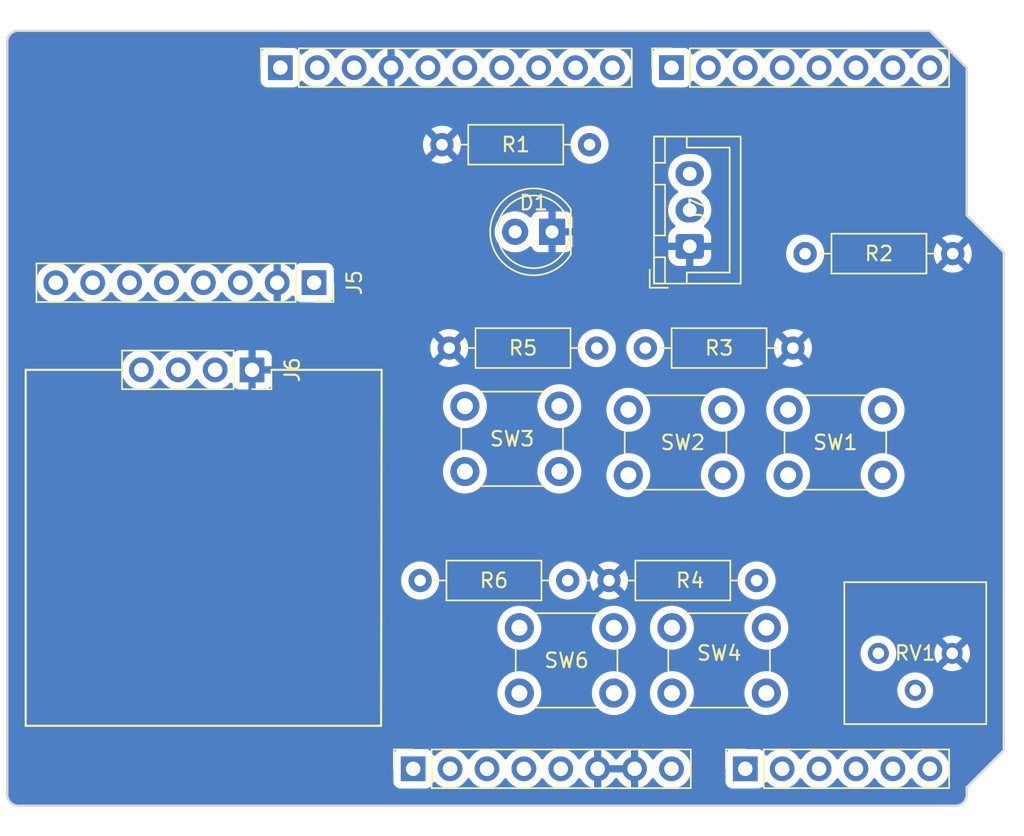
<source format=kicad_pcb>
(kicad_pcb (version 20240108) (generator "pcbnew") (generator_version "8.0")
  (title_block (date "mar. 31 mars 2015"))
  (layers (0 "F.Cu" signal) (31 "B.Cu" signal) (34 "B.Paste" user) (35 "F.Paste" user) (36 "B.SilkS" user "B.Silkscreen") (37 "F.SilkS" user "F.Silkscreen") (38 "B.Mask" user) (39 "F.Mask" user) (44 "Edge.Cuts" user))
  (net 0 "")
  (net 1 "GND")
  (net 3 "+5V")
  (net 4 "/IOREF")
  (net 5 "/A0")
  (net 6 "/A1")
  (net 7 "/A2")
  (net 8 "/A3")
  (net 9 "/SDA{slash}A4")
  (net 10 "/SCL{slash}A5")
  (net 11 "/13")
  (net 12 "/12")
  (net 13 "/AREF")
  (net 14 "/8")
  (net 15 "/7")
  (net 16 "/*11")
  (net 17 "/*10")
  (net 18 "/*9")
  (net 19 "/4")
  (net 20 "/2")
  (net 21 "/*6")
  (net 22 "/*5")
  (net 23 "/TX{slash}1")
  (net 24 "/*3")
  (net 25 "/RX{slash}0")
  (net 26 "+3V3")
  (net 27 "VCC")
  (net 28 "/~{RESET}")
  (net 29 "/I2C_SCL")
  (net 30 "/I2C_SDA")
  (net 36 "/Data")
  (net 37 "Net-(D1-A)")
  (net 39 "Net-(SW1A-A)")
  (net 40 "Net-(SW2A-A)")
  (net 41 "Net-(SW3A-A)")
  (net 42 "Net-(SW4A-A)")
  (net 43 "Net-(SW6A-A)")
  (footprint "Connector_PinSocket_2.54mm:PinSocket_1x08_P2.54mm_Vertical" (layer "F.Cu") (at 127.94 97.46 90)
    (property "Reference" "J1" (hide yes))
    (property "Value" "Power")
    (fp_line (start 1.33 -1.33) (end 1.33 0) (stroke (width 0.12)) (layer "F.SilkS"))
    (fp_line (start 0 -1.33) (end 1.33 -1.33) (stroke (width 0.12)) (layer "F.SilkS"))
    (fp_line (start 1.33 1.27) (end 1.33 19.11) (stroke (width 0.12)) (layer "F.SilkS"))
    (fp_line (start -1.33 1.27) (end 1.33 1.27) (stroke (width 0.12)) (layer "F.SilkS"))
    (fp_line (start -1.33 1.27) (end -1.33 19.11) (stroke (width 0.12)) (layer "F.SilkS"))
    (fp_line (start -1.33 19.11) (end 1.33 19.11) (stroke (width 0.12)) (layer "F.SilkS"))
    (pad "1" thru_hole rect (at 0 0 90) (size 1.7 1.7) (drill 1) (layers "*.Cu" "*.Mask"))
    (pad "2" thru_hole oval (at 0 2.54 90) (size 1.7 1.7) (drill 1) (layers "*.Cu" "*.Mask") (net 4 "/IOREF"))
    (pad "3" thru_hole oval (at 0 5.08 90) (size 1.7 1.7) (drill 1) (layers "*.Cu" "*.Mask") (net 28 "/~{RESET}"))
    (pad "4" thru_hole oval (at 0 7.62 90) (size 1.7 1.7) (drill 1) (layers "*.Cu" "*.Mask") (net 26 "+3V3"))
    (pad "5" thru_hole oval (at 0 10.16 90) (size 1.7 1.7) (drill 1) (layers "*.Cu" "*.Mask") (net 3 "+5V"))
    (pad "6" thru_hole oval (at 0 12.7 90) (size 1.7 1.7) (drill 1) (layers "*.Cu" "*.Mask") (net 1 "GND"))
    (pad "7" thru_hole oval (at 0 15.24 90) (size 1.7 1.7) (drill 1) (layers "*.Cu" "*.Mask") (net 1 "GND"))
    (pad "8" thru_hole oval (at 0 17.78 90) (size 1.7 1.7) (drill 1) (layers "*.Cu" "*.Mask") (net 27 "VCC"))
  )
  (footprint "Connector_PinSocket_2.54mm:PinSocket_1x06_P2.54mm_Vertical" (layer "F.Cu") (at 150.8 97.46 90)
    (property "Reference" "J3" (hide yes))
    (property "Value" "Analog")
    (fp_line (start 1.33 -1.33) (end 1.33 0) (stroke (width 0.12)) (layer "F.SilkS"))
    (fp_line (start 0 -1.33) (end 1.33 -1.33) (stroke (width 0.12)) (layer "F.SilkS"))
    (fp_line (start 1.33 1.27) (end 1.33 14.03) (stroke (width 0.12)) (layer "F.SilkS"))
    (fp_line (start -1.33 1.27) (end 1.33 1.27) (stroke (width 0.12)) (layer "F.SilkS"))
    (fp_line (start -1.33 1.27) (end -1.33 14.03) (stroke (width 0.12)) (layer "F.SilkS"))
    (fp_line (start -1.33 14.03) (end 1.33 14.03) (stroke (width 0.12)) (layer "F.SilkS"))
    (pad "1" thru_hole rect (at 0 0 90) (size 1.7 1.7) (drill 1) (layers "*.Cu" "*.Mask") (net 5 "/A0"))
    (pad "2" thru_hole oval (at 0 2.54 90) (size 1.7 1.7) (drill 1) (layers "*.Cu" "*.Mask") (net 6 "/A1"))
    (pad "3" thru_hole oval (at 0 5.08 90) (size 1.7 1.7) (drill 1) (layers "*.Cu" "*.Mask") (net 7 "/A2"))
    (pad "4" thru_hole oval (at 0 7.62 90) (size 1.7 1.7) (drill 1) (layers "*.Cu" "*.Mask") (net 8 "/A3"))
    (pad "5" thru_hole oval (at 0 10.16 90) (size 1.7 1.7) (drill 1) (layers "*.Cu" "*.Mask") (net 9 "/SDA{slash}A4"))
    (pad "6" thru_hole oval (at 0 12.7 90) (size 1.7 1.7) (drill 1) (layers "*.Cu" "*.Mask") (net 10 "/SCL{slash}A5"))
  )
  (footprint "Connector_PinSocket_2.54mm:PinSocket_1x10_P2.54mm_Vertical" (layer "F.Cu") (at 118.796 49.2 90)
    (property "Reference" "J2" (hide yes))
    (property "Value" "Digital/PWM")
    (fp_line (start 1.33 -1.33) (end 1.33 0) (stroke (width 0.12)) (layer "F.SilkS"))
    (fp_line (start 0 -1.33) (end 1.33 -1.33) (stroke (width 0.12)) (layer "F.SilkS"))
    (fp_line (start 1.33 1.27) (end 1.33 24.19) (stroke (width 0.12)) (layer "F.SilkS"))
    (fp_line (start -1.33 1.27) (end 1.33 1.27) (stroke (width 0.12)) (layer "F.SilkS"))
    (fp_line (start -1.33 1.27) (end -1.33 24.19) (stroke (width 0.12)) (layer "F.SilkS"))
    (fp_line (start -1.33 24.19) (end 1.33 24.19) (stroke (width 0.12)) (layer "F.SilkS"))
    (pad "1" thru_hole rect (at 0 0 90) (size 1.7 1.7) (drill 1) (layers "*.Cu" "*.Mask") (net 29 "/I2C_SCL"))
    (pad "2" thru_hole oval (at 0 2.54 90) (size 1.7 1.7) (drill 1) (layers "*.Cu" "*.Mask") (net 30 "/I2C_SDA"))
    (pad "3" thru_hole oval (at 0 5.08 90) (size 1.7 1.7) (drill 1) (layers "*.Cu" "*.Mask") (net 13 "/AREF"))
    (pad "4" thru_hole oval (at 0 7.62 90) (size 1.7 1.7) (drill 1) (layers "*.Cu" "*.Mask") (net 1 "GND"))
    (pad "5" thru_hole oval (at 0 10.16 90) (size 1.7 1.7) (drill 1) (layers "*.Cu" "*.Mask") (net 11 "/13"))
    (pad "6" thru_hole oval (at 0 12.7 90) (size 1.7 1.7) (drill 1) (layers "*.Cu" "*.Mask") (net 12 "/12"))
    (pad "7" thru_hole oval (at 0 15.24 90) (size 1.7 1.7) (drill 1) (layers "*.Cu" "*.Mask") (net 16 "/*11"))
    (pad "8" thru_hole oval (at 0 17.78 90) (size 1.7 1.7) (drill 1) (layers "*.Cu" "*.Mask") (net 17 "/*10"))
    (pad "9" thru_hole oval (at 0 20.32 90) (size 1.7 1.7) (drill 1) (layers "*.Cu" "*.Mask") (net 18 "/*9"))
    (pad "10" thru_hole oval (at 0 22.86 90) (size 1.7 1.7) (drill 1) (layers "*.Cu" "*.Mask") (net 14 "/8"))
  )
  (footprint "Connector_PinSocket_2.54mm:PinSocket_1x08_P2.54mm_Vertical" (layer "F.Cu") (at 145.72 49.2 90)
    (property "Reference" "J4" (hide yes))
    (property "Value" "Digital/PWM")
    (fp_line (start 1.33 -1.33) (end 1.33 0) (stroke (width 0.12)) (layer "F.SilkS"))
    (fp_line (start 0 -1.33) (end 1.33 -1.33) (stroke (width 0.12)) (layer "F.SilkS"))
    (fp_line (start 1.33 1.27) (end 1.33 19.11) (stroke (width 0.12)) (layer "F.SilkS"))
    (fp_line (start -1.33 1.27) (end 1.33 1.27) (stroke (width 0.12)) (layer "F.SilkS"))
    (fp_line (start -1.33 1.27) (end -1.33 19.11) (stroke (width 0.12)) (layer "F.SilkS"))
    (fp_line (start -1.33 19.11) (end 1.33 19.11) (stroke (width 0.12)) (layer "F.SilkS"))
    (pad "1" thru_hole rect (at 0 0 90) (size 1.7 1.7) (drill 1) (layers "*.Cu" "*.Mask") (net 15 "/7"))
    (pad "2" thru_hole oval (at 0 2.54 90) (size 1.7 1.7) (drill 1) (layers "*.Cu" "*.Mask") (net 21 "/*6"))
    (pad "3" thru_hole oval (at 0 5.08 90) (size 1.7 1.7) (drill 1) (layers "*.Cu" "*.Mask") (net 22 "/*5"))
    (pad "4" thru_hole oval (at 0 7.62 90) (size 1.7 1.7) (drill 1) (layers "*.Cu" "*.Mask") (net 19 "/4"))
    (pad "5" thru_hole oval (at 0 10.16 90) (size 1.7 1.7) (drill 1) (layers "*.Cu" "*.Mask") (net 24 "/*3"))
    (pad "6" thru_hole oval (at 0 12.7 90) (size 1.7 1.7) (drill 1) (layers "*.Cu" "*.Mask") (net 20 "/2"))
    (pad "7" thru_hole oval (at 0 15.24 90) (size 1.7 1.7) (drill 1) (layers "*.Cu" "*.Mask") (net 23 "/TX{slash}1"))
    (pad "8" thru_hole oval (at 0 17.78 90) (size 1.7 1.7) (drill 1) (layers "*.Cu" "*.Mask") (net 25 "/RX{slash}0"))
  )
  (footprint "Button_Switch_THT:SW_PUSH_6mm" (layer "F.Cu") (at 138 77 180)
    (property "Reference" "SW3" (at 3.25 2.25 360) (layer "F.SilkS"))
    (property "Value" "SW_DPST_x2")
    (fp_line (start 6.75 3) (end 6.75 1.5) (stroke (width 0.12)) (layer "F.SilkS"))
    (fp_line (start 5.5 -1) (end 1 -1) (stroke (width 0.12)) (layer "F.SilkS"))
    (fp_line (start 1 5.5) (end 5.5 5.5) (stroke (width 0.12)) (layer "F.SilkS"))
    (fp_line (start -0.25 1.5) (end -0.25 3) (stroke (width 0.12)) (layer "F.SilkS"))
    (pad "1" thru_hole circle (at 0 0 270) (size 2 2) (drill 1.1) (layers "*.Cu" "*.Mask") (net 41 "Net-(SW3A-A)"))
    (pad "1" thru_hole circle (at 6.5 0 270) (size 2 2) (drill 1.1) (layers "*.Cu" "*.Mask") (net 41 "Net-(SW3A-A)"))
    (pad "2" thru_hole circle (at 0 4.5 270) (size 2 2) (drill 1.1) (layers "*.Cu" "*.Mask"))
    (pad "2" thru_hole circle (at 6.5 4.5 270) (size 2 2) (drill 1.1) (layers "*.Cu" "*.Mask"))
  )
  (footprint "Button_Switch_THT:SW_PUSH_6mm" (layer "F.Cu") (at 160.25 77.25 180)
    (property "Reference" "SW1" (at 3.25 2.25 360) (layer "F.SilkS"))
    (property "Value" "SW_DPST_x2")
    (fp_line (start 6.75 3) (end 6.75 1.5) (stroke (width 0.12)) (layer "F.SilkS"))
    (fp_line (start 5.5 -1) (end 1 -1) (stroke (width 0.12)) (layer "F.SilkS"))
    (fp_line (start 1 5.5) (end 5.5 5.5) (stroke (width 0.12)) (layer "F.SilkS"))
    (fp_line (start -0.25 1.5) (end -0.25 3) (stroke (width 0.12)) (layer "F.SilkS"))
    (pad "1" thru_hole circle (at 0 0 270) (size 2 2) (drill 1.1) (layers "*.Cu" "*.Mask") (net 39 "Net-(SW1A-A)"))
    (pad "1" thru_hole circle (at 6.5 0 270) (size 2 2) (drill 1.1) (layers "*.Cu" "*.Mask") (net 39 "Net-(SW1A-A)"))
    (pad "2" thru_hole circle (at 0 4.5 270) (size 2 2) (drill 1.1) (layers "*.Cu" "*.Mask"))
    (pad "2" thru_hole circle (at 6.5 4.5 270) (size 2 2) (drill 1.1) (layers "*.Cu" "*.Mask"))
  )
  (footprint "LED_THT:LED_D5.0mm" (layer "F.Cu") (at 137.5 60.5 180)
    (property "Reference" "D1" (at 1.27 2 360) (layer "F.SilkS"))
    (property "Value" "LED")
    (fp_line (start -1.29 -1.545) (end -1.29 1.545) (stroke (width 0.12)) (layer "F.SilkS"))
    (fp_arc (start 4.26 0.000048) (mid 2.071756 2.880501) (end -1.29 1.54483) (stroke (width 0.12)) (layer "F.SilkS"))
    (fp_arc (start -1.29 -1.54483) (mid 2.071756 -2.880501) (end 4.26 -0.000048) (stroke (width 0.12)) (layer "F.SilkS"))
    (fp_circle (center 1.27 0) (end 3.77 0) (stroke (width 0.12)) (fill none) (layer "F.SilkS"))
    (pad "1" thru_hole rect (at 0 0 180) (size 1.8 1.8) (drill 0.9) (layers "*.Cu" "*.Mask") (net 1 "GND"))
    (pad "2" thru_hole circle (at 2.54 0 180) (size 1.8 1.8) (drill 0.9) (layers "*.Cu" "*.Mask") (net 37 "Net-(D1-A)"))
  )
  (footprint "Resistor_THT:R_Axial_DIN0207_L6.3mm_D2.5mm_P10.16mm_Horizontal" (layer "F.Cu") (at 138.58 84.5 180)
    (property "Reference" "R6" (at 5.08 0 360) (layer "F.SilkS"))
    (property "Value" "R")
    (fp_line (start 9.12 0) (end 8.35 0) (stroke (width 0.12)) (layer "F.SilkS"))
    (fp_line (start 8.35 1.37) (end 8.35 -1.37) (stroke (width 0.12)) (layer "F.SilkS"))
    (fp_line (start 8.35 -1.37) (end 1.81 -1.37) (stroke (width 0.12)) (layer "F.SilkS"))
    (fp_line (start 1.81 1.37) (end 8.35 1.37) (stroke (width 0.12)) (layer "F.SilkS"))
    (fp_line (start 1.81 -1.37) (end 1.81 1.37) (stroke (width 0.12)) (layer "F.SilkS"))
    (fp_line (start 1.04 0) (end 1.81 0) (stroke (width 0.12)) (layer "F.SilkS"))
    (pad "1" thru_hole circle (at 0 0 180) (size 1.6 1.6) (drill 0.8) (layers "*.Cu" "*.Mask") (net 3 "+5V"))
    (pad "2" thru_hole oval (at 10.16 0 180) (size 1.6 1.6) (drill 0.8) (layers "*.Cu" "*.Mask") (net 37 "Net-(D1-A)"))
  )
  (footprint "Potentiometer_THT:Potentiometer_Bourns_3386P_Vertical" (layer "F.Cu") (at 159.96 89.515 -90)
    (property "Reference" "RV1" (at -0.015 -2.54 180) (layer "F.SilkS"))
    (property "Value" "R_Potentiometer")
    (fp_line (start -4.9 2.345) (end 4.87 2.345) (stroke (width 0.12)) (layer "F.SilkS"))
    (fp_line (start -4.9 -7.425) (end -4.9 2.345) (stroke (width 0.12)) (layer "F.SilkS"))
    (fp_line (start -4.9 -7.425) (end 4.87 -7.425) (stroke (width 0.12)) (layer "F.SilkS"))
    (fp_line (start 4.87 -7.425) (end 4.87 2.345) (stroke (width 0.12)) (layer "F.SilkS"))
    (pad "1" thru_hole circle (at 0 0 270) (size 1.44 1.44) (drill 0.8) (layers "*.Cu" "*.Mask") (net 3 "+5V"))
    (pad "2" thru_hole circle (at 2.54 -2.54 270) (size 1.44 1.44) (drill 0.8) (layers "*.Cu" "*.Mask"))
    (pad "3" thru_hole circle (at 0 -5.08 270) (size 1.44 1.44) (drill 0.8) (layers "*.Cu" "*.Mask") (net 1 "GND"))
  )
  (footprint "Button_Switch_THT:SW_PUSH_6mm" (layer "F.Cu") (at 141.75 92.25 180)
    (property "Reference" "SW6" (at 3.25 2.25 0) (layer "F.SilkS"))
    (property "Value" "SW_DPST_x2")
    (fp_line (start 6.75 3) (end 6.75 1.5) (stroke (width 0.12)) (layer "F.SilkS"))
    (fp_line (start 5.5 -1) (end 1 -1) (stroke (width 0.12)) (layer "F.SilkS"))
    (fp_line (start 1 5.5) (end 5.5 5.5) (stroke (width 0.12)) (layer "F.SilkS"))
    (fp_line (start -0.25 1.5) (end -0.25 3) (stroke (width 0.12)) (layer "F.SilkS"))
    (pad "1" thru_hole circle (at 0 0 270) (size 2 2) (drill 1.1) (layers "*.Cu" "*.Mask") (net 43 "Net-(SW6A-A)"))
    (pad "1" thru_hole circle (at 6.5 0 270) (size 2 2) (drill 1.1) (layers "*.Cu" "*.Mask") (net 43 "Net-(SW6A-A)"))
    (pad "2" thru_hole circle (at 0 4.5 270) (size 2 2) (drill 1.1) (layers "*.Cu" "*.Mask"))
    (pad "2" thru_hole circle (at 6.5 4.5 270) (size 2 2) (drill 1.1) (layers "*.Cu" "*.Mask"))
  )
  (footprint "Connector_JST:JST_XH_B3B-XH-A_1x03_P2.50mm_Vertical" (layer "F.Cu") (at 146.975 61.5 90)
    (property "Reference" "J7" (at 2.5 0.525 90) (layer "F.SilkS"))
    (property "Value" "Temp_Digital")
    (fp_line (start -1.6 -2.75) (end -2.85 -2.75) (stroke (width 0.12)) (layer "F.SilkS"))
    (fp_line (start -2.85 -2.75) (end -2.85 -1.5) (stroke (width 0.12)) (layer "F.SilkS"))
    (fp_line (start 7.56 -2.46) (end -2.56 -2.46) (stroke (width 0.12)) (layer "F.SilkS"))
    (fp_line (start -2.56 -2.46) (end -2.56 3.51) (stroke (width 0.12)) (layer "F.SilkS"))
    (fp_line (start 7.55 -2.45) (end 5.75 -2.45) (stroke (width 0.12)) (layer "F.SilkS"))
    (fp_line (start 5.75 -2.45) (end 5.75 -1.7) (stroke (width 0.12)) (layer "F.SilkS"))
    (fp_line (start 4.25 -2.45) (end 0.75 -2.45) (stroke (width 0.12)) (layer "F.SilkS"))
    (fp_line (start 0.75 -2.45) (end 0.75 -1.7) (stroke (width 0.12)) (layer "F.SilkS"))
    (fp_line (start -0.75 -2.45) (end -2.55 -2.45) (stroke (width 0.12)) (layer "F.SilkS"))
    (fp_line (start -2.55 -2.45) (end -2.55 -1.7) (stroke (width 0.12)) (layer "F.SilkS"))
    (fp_line (start 7.55 -1.7) (end 7.55 -2.45) (stroke (width 0.12)) (layer "F.SilkS"))
    (fp_line (start 5.75 -1.7) (end 7.55 -1.7) (stroke (width 0.12)) (layer "F.SilkS"))
    (fp_line (start 4.25 -1.7) (end 4.25 -2.45) (stroke (width 0.12)) (layer "F.SilkS"))
    (fp_line (start 0.75 -1.7) (end 4.25 -1.7) (stroke (width 0.12)) (layer "F.SilkS"))
    (fp_line (start -0.75 -1.7) (end -0.75 -2.45) (stroke (width 0.12)) (layer "F.SilkS"))
    (fp_line (start -2.55 -1.7) (end -0.75 -1.7) (stroke (width 0.12)) (layer "F.SilkS"))
    (fp_line (start 7.55 -0.2) (end 6.8 -0.2) (stroke (width 0.12)) (layer "F.SilkS"))
    (fp_line (start 6.8 -0.2) (end 6.8 2.75) (stroke (width 0.12)) (layer "F.SilkS"))
    (fp_line (start -1.8 -0.2) (end -1.8 2.75) (stroke (width 0.12)) (layer "F.SilkS"))
    (fp_line (start -2.55 -0.2) (end -1.8 -0.2) (stroke (width 0.12)) (layer "F.SilkS"))
    (fp_line (start 6.8 2.75) (end 2.5 2.75) (stroke (width 0.12)) (layer "F.SilkS"))
    (fp_line (start -1.8 2.75) (end 2.5 2.75) (stroke (width 0.12)) (layer "F.SilkS"))
    (fp_line (start 7.56 3.51) (end 7.56 -2.46) (stroke (width 0.12)) (layer "F.SilkS"))
    (fp_line (start -2.56 3.51) (end 7.56 3.51) (stroke (width 0.12)) (layer "F.SilkS"))
    (pad "1" thru_hole roundrect (at 0 0 90) (size 1.7 1.95) (drill 0.95) (layers "*.Cu" "*.Mask") (roundrect_rratio 0.147059) (net 1 "GND"))
    (pad "2" thru_hole oval (at 2.5 0 90) (size 1.7 1.95) (drill 0.95) (layers "*.Cu" "*.Mask") (net 36 "/Data"))
    (pad "3" thru_hole oval (at 5 0 90) (size 1.7 1.95) (drill 0.95) (layers "*.Cu" "*.Mask") (net 3 "+5V"))
  )
  (footprint "Connector_PinSocket_2.54mm:PinSocket_1x04_P2.54mm_Vertical" (layer "F.Cu") (at 116.849983 70 -90)
    (property "Reference" "J6" (at 0 -2.77 90) (layer "F.SilkS"))
    (property "Value" "Conn_01x04")
    (fp_line (start -1.33 8.95) (end 1.33 8.95) (stroke (width 0.12)) (layer "F.SilkS"))
    (fp_line (start -1.33 1.27) (end -1.33 8.95) (stroke (width 0.12)) (layer "F.SilkS"))
    (fp_line (start -1.33 1.27) (end 1.33 1.27) (stroke (width 0.12)) (layer "F.SilkS"))
    (fp_line (start 1.33 1.27) (end 1.33 8.95) (stroke (width 0.12)) (layer "F.SilkS"))
    (fp_line (start 0 -1.33) (end 1.33 -1.33) (stroke (width 0.12)) (layer "F.SilkS"))
    (fp_line (start 1.33 -1.33) (end 1.33 0) (stroke (width 0.12)) (layer "F.SilkS"))
    (pad "1" thru_hole rect (at 0 0 270) (size 1.7 1.7) (drill 1) (layers "*.Cu" "*.Mask") (net 1 "GND"))
    (pad "2" thru_hole oval (at 0 2.54 270) (size 1.7 1.7) (drill 1) (layers "*.Cu" "*.Mask") (net 3 "+5V"))
    (pad "3" thru_hole oval (at 0 5.08 270) (size 1.7 1.7) (drill 1) (layers "*.Cu" "*.Mask"))
    (pad "4" thru_hole oval (at 0 7.62 270) (size 1.7 1.7) (drill 1) (layers "*.Cu" "*.Mask") (net 29 "/I2C_SCL"))
  )
  (footprint "Button_Switch_THT:SW_PUSH_6mm" (layer "F.Cu") (at 152.25 92.25 180)
    (property "Reference" "SW4" (at 3.25 2.75 360) (layer "F.SilkS"))
    (property "Value" "SW_DPST_x2")
    (fp_line (start 6.75 3) (end 6.75 1.5) (stroke (width 0.12)) (layer "F.SilkS"))
    (fp_line (start 5.5 -1) (end 1 -1) (stroke (width 0.12)) (layer "F.SilkS"))
    (fp_line (start 1 5.5) (end 5.5 5.5) (stroke (width 0.12)) (layer "F.SilkS"))
    (fp_line (start -0.25 1.5) (end -0.25 3) (stroke (width 0.12)) (layer "F.SilkS"))
    (pad "1" thru_hole circle (at 0 0 270) (size 2 2) (drill 1.1) (layers "*.Cu" "*.Mask") (net 42 "Net-(SW4A-A)"))
    (pad "1" thru_hole circle (at 6.5 0 270) (size 2 2) (drill 1.1) (layers "*.Cu" "*.Mask") (net 42 "Net-(SW4A-A)"))
    (pad "2" thru_hole circle (at 0 4.5 270) (size 2 2) (drill 1.1) (layers "*.Cu" "*.Mask"))
    (pad "2" thru_hole circle (at 6.5 4.5 270) (size 2 2) (drill 1.1) (layers "*.Cu" "*.Mask"))
  )
  (footprint "Connector_PinSocket_2.54mm:PinSocket_1x08_P2.54mm_Vertical" (layer "F.Cu") (at 121.12 64 -90)
    (property "Reference" "J5" (at 0 -2.77 90) (layer "F.SilkS"))
    (property "Value" "CONN_GYRO")
    (fp_line (start -1.33 19.11) (end 1.33 19.11) (stroke (width 0.12)) (layer "F.SilkS"))
    (fp_line (start -1.33 1.27) (end -1.33 19.11) (stroke (width 0.12)) (layer "F.SilkS"))
    (fp_line (start -1.33 1.27) (end 1.33 1.27) (stroke (width 0.12)) (layer "F.SilkS"))
    (fp_line (start 1.33 1.27) (end 1.33 19.11) (stroke (width 0.12)) (layer "F.SilkS"))
    (fp_line (start 0 -1.33) (end 1.33 -1.33) (stroke (width 0.12)) (layer "F.SilkS"))
    (fp_line (start 1.33 -1.33) (end 1.33 0) (stroke (width 0.12)) (layer "F.SilkS"))
    (pad "1" thru_hole rect (at 0 0 270) (size 1.7 1.7) (drill 1) (layers "*.Cu" "*.Mask") (net 3 "+5V"))
    (pad "2" thru_hole oval (at 0 2.54 270) (size 1.7 1.7) (drill 1) (layers "*.Cu" "*.Mask") (net 1 "GND"))
    (pad "3" thru_hole oval (at 0 5.08 270) (size 1.7 1.7) (drill 1) (layers "*.Cu" "*.Mask") (net 29 "/I2C_SCL"))
    (pad "4" thru_hole oval (at 0 7.62 270) (size 1.7 1.7) (drill 1) (layers "*.Cu" "*.Mask") (net 30 "/I2C_SDA"))
    (pad "5" thru_hole oval (at 0 10.16 270) (size 1.7 1.7) (drill 1) (layers "*.Cu" "*.Mask"))
    (pad "6" thru_hole oval (at 0 12.7 270) (size 1.7 1.7) (drill 1) (layers "*.Cu" "*.Mask"))
    (pad "7" thru_hole oval (at 0 15.24 270) (size 1.7 1.7) (drill 1) (layers "*.Cu" "*.Mask"))
    (pad "8" thru_hole oval (at 0 17.78 270) (size 1.7 1.7) (drill 1) (layers "*.Cu" "*.Mask"))
  )
  (footprint "Resistor_THT:R_Axial_DIN0207_L6.3mm_D2.5mm_P10.16mm_Horizontal" (layer "F.Cu") (at 129.92 54.5)
    (property "Reference" "R1" (at 5.08 0 0) (layer "F.SilkS"))
    (property "Value" "R")
    (fp_line (start 1.04 0) (end 1.81 0) (stroke (width 0.12)) (layer "F.SilkS"))
    (fp_line (start 1.81 -1.37) (end 1.81 1.37) (stroke (width 0.12)) (layer "F.SilkS"))
    (fp_line (start 1.81 1.37) (end 8.35 1.37) (stroke (width 0.12)) (layer "F.SilkS"))
    (fp_line (start 8.35 -1.37) (end 1.81 -1.37) (stroke (width 0.12)) (layer "F.SilkS"))
    (fp_line (start 8.35 1.37) (end 8.35 -1.37) (stroke (width 0.12)) (layer "F.SilkS"))
    (fp_line (start 9.12 0) (end 8.35 0) (stroke (width 0.12)) (layer "F.SilkS"))
    (pad "1" thru_hole circle (at 0 0) (size 1.6 1.6) (drill 0.8) (layers "*.Cu" "*.Mask") (net 1 "GND"))
    (pad "2" thru_hole oval (at 10.16 0) (size 1.6 1.6) (drill 0.8) (layers "*.Cu" "*.Mask") (net 39 "Net-(SW1A-A)"))
  )
  (footprint "Resistor_THT:R_Axial_DIN0207_L6.3mm_D2.5mm_P10.16mm_Horizontal" (layer "F.Cu") (at 165.08 62 180)
    (property "Reference" "R2" (at 5.08 0 360) (layer "F.SilkS"))
    (property "Value" "R")
    (fp_line (start 9.12 0) (end 8.35 0) (stroke (width 0.12)) (layer "F.SilkS"))
    (fp_line (start 8.35 1.37) (end 8.35 -1.37) (stroke (width 0.12)) (layer "F.SilkS"))
    (fp_line (start 8.35 -1.37) (end 1.81 -1.37) (stroke (width 0.12)) (layer "F.SilkS"))
    (fp_line (start 1.81 1.37) (end 8.35 1.37) (stroke (width 0.12)) (layer "F.SilkS"))
    (fp_line (start 1.81 -1.37) (end 1.81 1.37) (stroke (width 0.12)) (layer "F.SilkS"))
    (fp_line (start 1.04 0) (end 1.81 0) (stroke (width 0.12)) (layer "F.SilkS"))
    (pad "1" thru_hole circle (at 0 0 180) (size 1.6 1.6) (drill 0.8) (layers "*.Cu" "*.Mask") (net 1 "GND"))
    (pad "2" thru_hole oval (at 10.16 0 180) (size 1.6 1.6) (drill 0.8) (layers "*.Cu" "*.Mask") (net 40 "Net-(SW2A-A)"))
  )
  (footprint "Button_Switch_THT:SW_PUSH_6mm" (layer "F.Cu") (at 149.25 77.25 180)
    (property "Reference" "SW2" (at 2.75 2.25 360) (layer "F.SilkS"))
    (property "Value" "SW_DPST_x2")
    (fp_line (start 6.75 3) (end 6.75 1.5) (stroke (width 0.12)) (layer "F.SilkS"))
    (fp_line (start 5.5 -1) (end 1 -1) (stroke (width 0.12)) (layer "F.SilkS"))
    (fp_line (start 1 5.5) (end 5.5 5.5) (stroke (width 0.12)) (layer "F.SilkS"))
    (fp_line (start -0.25 1.5) (end -0.25 3) (stroke (width 0.12)) (layer "F.SilkS"))
    (pad "1" thru_hole circle (at 0 0 270) (size 2 2) (drill 1.1) (layers "*.Cu" "*.Mask") (net 40 "Net-(SW2A-A)"))
    (pad "1" thru_hole circle (at 6.5 0 270) (size 2 2) (drill 1.1) (layers "*.Cu" "*.Mask") (net 40 "Net-(SW2A-A)"))
    (pad "2" thru_hole circle (at 0 4.5 270) (size 2 2) (drill 1.1) (layers "*.Cu" "*.Mask"))
    (pad "2" thru_hole circle (at 6.5 4.5 270) (size 2 2) (drill 1.1) (layers "*.Cu" "*.Mask"))
  )
  (footprint "Resistor_THT:R_Axial_DIN0207_L6.3mm_D2.5mm_P10.16mm_Horizontal" (layer "F.Cu") (at 130.42 68.5)
    (property "Reference" "R5" (at 5.08 0 0) (layer "F.SilkS"))
    (property "Value" "R")
    (fp_line (start 1.04 0) (end 1.81 0) (stroke (width 0.12)) (layer "F.SilkS"))
    (fp_line (start 1.81 -1.37) (end 1.81 1.37) (stroke (width 0.12)) (layer "F.SilkS"))
    (fp_line (start 1.81 1.37) (end 8.35 1.37) (stroke (width 0.12)) (layer "F.SilkS"))
    (fp_line (start 8.35 -1.37) (end 1.81 -1.37) (stroke (width 0.12)) (layer "F.SilkS"))
    (fp_line (start 8.35 1.37) (end 8.35 -1.37) (stroke (width 0.12)) (layer "F.SilkS"))
    (fp_line (start 9.12 0) (end 8.35 0) (stroke (width 0.12)) (layer "F.SilkS"))
    (pad "1" thru_hole circle (at 0 0) (size 1.6 1.6) (drill 0.8) (layers "*.Cu" "*.Mask") (net 1 "GND"))
    (pad "2" thru_hole oval (at 10.16 0) (size 1.6 1.6) (drill 0.8) (layers "*.Cu" "*.Mask") (net 43 "Net-(SW6A-A)"))
  )
  (footprint "Resistor_THT:R_Axial_DIN0207_L6.3mm_D2.5mm_P10.16mm_Horizontal" (layer "F.Cu") (at 154.08 68.5 180)
    (property "Reference" "R3" (at 5.08 0 180) (layer "F.SilkS"))
    (property "Value" "R")
    (fp_line (start 9.12 0) (end 8.35 0) (stroke (width 0.12)) (layer "F.SilkS"))
    (fp_line (start 8.35 1.37) (end 8.35 -1.37) (stroke (width 0.12)) (layer "F.SilkS"))
    (fp_line (start 8.35 -1.37) (end 1.81 -1.37) (stroke (width 0.12)) (layer "F.SilkS"))
    (fp_line (start 1.81 1.37) (end 8.35 1.37) (stroke (width 0.12)) (layer "F.SilkS"))
    (fp_line (start 1.81 -1.37) (end 1.81 1.37) (stroke (width 0.12)) (layer "F.SilkS"))
    (fp_line (start 1.04 0) (end 1.81 0) (stroke (width 0.12)) (layer "F.SilkS"))
    (pad "1" thru_hole circle (at 0 0 180) (size 1.6 1.6) (drill 0.8) (layers "*.Cu" "*.Mask") (net 1 "GND"))
    (pad "2" thru_hole oval (at 10.16 0 180) (size 1.6 1.6) (drill 0.8) (layers "*.Cu" "*.Mask") (net 41 "Net-(SW3A-A)"))
  )
  (footprint "Resistor_THT:R_Axial_DIN0207_L6.3mm_D2.5mm_P10.16mm_Horizontal" (layer "F.Cu") (at 141.42 84.5)
    (property "Reference" "R4" (at 5.58 0 0) (layer "F.SilkS"))
    (property "Value" "R")
    (fp_line (start 1.04 0) (end 1.81 0) (stroke (width 0.12)) (layer "F.SilkS"))
    (fp_line (start 1.81 -1.37) (end 1.81 1.37) (stroke (width 0.12)) (layer "F.SilkS"))
    (fp_line (start 1.81 1.37) (end 8.35 1.37) (stroke (width 0.12)) (layer "F.SilkS"))
    (fp_line (start 8.35 -1.37) (end 1.81 -1.37) (stroke (width 0.12)) (layer "F.SilkS"))
    (fp_line (start 8.35 1.37) (end 8.35 -1.37) (stroke (width 0.12)) (layer "F.SilkS"))
    (fp_line (start 9.12 0) (end 8.35 0) (stroke (width 0.12)) (layer "F.SilkS"))
    (pad "1" thru_hole circle (at 0 0) (size 1.6 1.6) (drill 0.8) (layers "*.Cu" "*.Mask") (net 1 "GND"))
    (pad "2" thru_hole oval (at 10.16 0) (size 1.6 1.6) (drill 0.8) (layers "*.Cu" "*.Mask") (net 42 "Net-(SW4A-A)"))
  )
  (gr_line (start 125.769983 70) (end 125.730016 94.5) (stroke (width 0.15)) (layer "F.SilkS"))
  (gr_line (start 107.899983 70) (end 101.269983 70) (stroke (width 0.15)) (layer "F.SilkS"))
  (gr_line (start 101.269983 94.5) (end 125.730016 94.5) (stroke (width 0.15)) (layer "F.SilkS"))
  (gr_line (start 118.179983 70) (end 125.769983 70) (stroke (width 0.15)) (layer "F.SilkS"))
  (gr_line (start 101.269983 70) (end 101.269983 94.5) (stroke (width 0.15)) (layer "F.SilkS"))
  (gr_line (start 166.04 59.36) (end 168.58 61.9) (stroke (width 0.15)) (layer "Edge.Cuts"))
  (gr_line (start 100 99.316) (end 100 47.5) (stroke (width 0.15)) (layer "Edge.Cuts"))
  (gr_line (start 168.58 61.9) (end 168.58 96.19) (stroke (width 0.15)) (layer "Edge.Cuts"))
  (gr_line (start 165.278 100) (end 100.762 100) (stroke (width 0.15)) (layer "Edge.Cuts"))
  (gr_line (start 100.762 46.66) (end 163.5 46.66) (stroke (width 0.15)) (layer "Edge.Cuts"))
  (gr_arc (start 100.762 100) (mid 100.223185 99.776815) (end 100 99.238) (stroke (width 0.15)) (layer "Edge.Cuts"))
  (gr_line (start 168.58 96.19) (end 166.04 98.73) (stroke (width 0.15)) (layer "Edge.Cuts"))
  (gr_line (start 163.5 46.66) (end 166.04 49.2) (stroke (width 0.15)) (layer "Edge.Cuts"))
  (gr_arc (start 166.04 99.238) (mid 165.816815 99.776815) (end 165.278 100) (stroke (width 0.15)) (layer "Edge.Cuts"))
  (gr_line (start 166.04 49.2) (end 166.04 59.36) (stroke (width 0.15)) (layer "Edge.Cuts"))
  (gr_line (start 166.04 98.73) (end 166.04 99.238) (stroke (width 0.15)) (layer "Edge.Cuts"))
  (gr_arc (start 100 47.422) (mid 100.223185 46.883185) (end 100.762 46.66) (stroke (width 0.15)) (layer "Edge.Cuts"))
  (zone (net 1) (net_name "GND") (layer "B.Cu") (connect_pads (clearance 0.508)) (min_thickness 0.25) (fill yes (thermal_gap 0.5) (thermal_bridge_width 0.5))
    (polygon (pts (xy 165 45.5) (xy 167.5 48.5) (xy 167.5 58.5) (xy 170 61) (xy 170 96.5) (xy 167.5 99) (xy 167.5 101.5) (xy 99.5 101.5) (xy 99.5 45.5)))
  )
)
</source>
